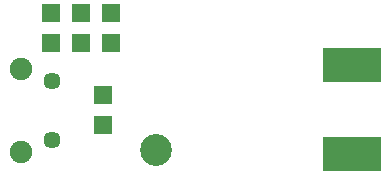
<source format=gbr>
G04 #@! TF.FileFunction,Soldermask,Bot*
%FSLAX46Y46*%
G04 Gerber Fmt 4.6, Leading zero omitted, Abs format (unit mm)*
G04 Created by KiCad (PCBNEW 4.1.0-alpha+201607041450+6962~46~ubuntu16.04.1-product) date Tue Jul  5 21:20:07 2016*
%MOMM*%
%LPD*%
G01*
G04 APERTURE LIST*
%ADD10C,0.100000*%
%ADD11R,5.000000X3.000000*%
%ADD12C,1.450000*%
%ADD13C,1.900000*%
%ADD14R,1.524000X1.524000*%
%ADD15C,2.700000*%
G04 APERTURE END LIST*
D10*
D11*
X167775000Y-121800000D03*
X167775000Y-114300000D03*
D12*
X142400000Y-115610000D03*
X142400000Y-120610000D03*
D13*
X139700000Y-121610000D03*
X139700000Y-114610000D03*
D14*
X146685000Y-119380000D03*
X146685000Y-116840000D03*
X142240000Y-112395000D03*
X142240000Y-109855000D03*
X144780000Y-112395000D03*
X144780000Y-109855000D03*
X147320000Y-112395000D03*
X147320000Y-109855000D03*
D15*
X151130000Y-121444000D03*
M02*

</source>
